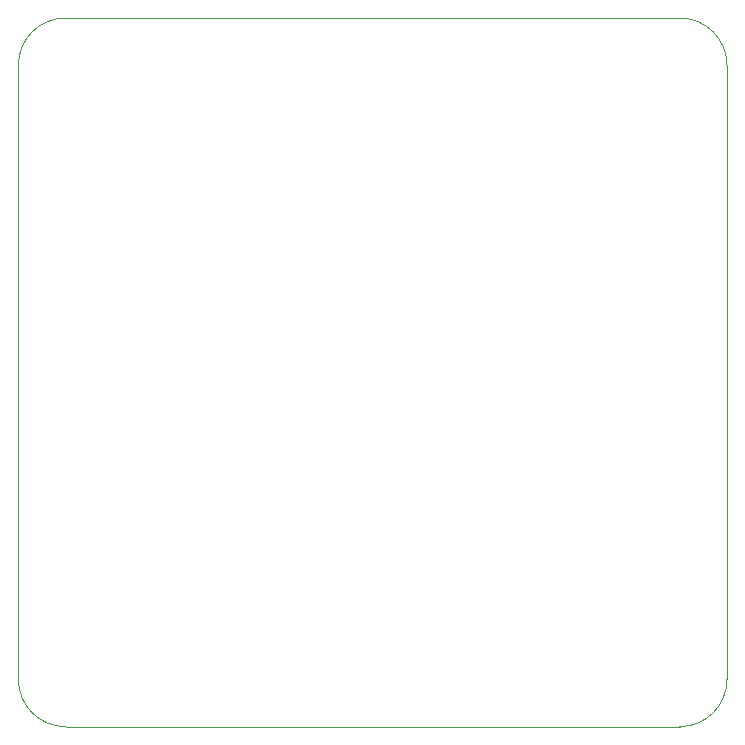
<source format=gbr>
%TF.GenerationSoftware,KiCad,Pcbnew,8.0.1-8.0.1-1~ubuntu22.04.1*%
%TF.CreationDate,2024-05-06T17:23:12+02:00*%
%TF.ProjectId,Pojet 1A,506f6a65-7420-4314-912e-6b696361645f,rev?*%
%TF.SameCoordinates,Original*%
%TF.FileFunction,Profile,NP*%
%FSLAX46Y46*%
G04 Gerber Fmt 4.6, Leading zero omitted, Abs format (unit mm)*
G04 Created by KiCad (PCBNEW 8.0.1-8.0.1-1~ubuntu22.04.1) date 2024-05-06 17:23:12*
%MOMM*%
%LPD*%
G01*
G04 APERTURE LIST*
%TA.AperFunction,Profile*%
%ADD10C,0.100000*%
%TD*%
G04 APERTURE END LIST*
D10*
X184000000Y-121000000D02*
G75*
G02*
X180000000Y-125000000I-4000000J0D01*
G01*
X180000000Y-125000000D02*
X128000000Y-125000000D01*
X124000000Y-121000000D02*
X124000000Y-69000000D01*
X124000000Y-69000000D02*
G75*
G02*
X128000000Y-65000000I4000000J0D01*
G01*
X180000000Y-65000000D02*
G75*
G02*
X184000000Y-69000000I0J-4000000D01*
G01*
X128000000Y-65000000D02*
X180000000Y-65000000D01*
X128000000Y-125000000D02*
G75*
G02*
X124000000Y-121000000I0J4000000D01*
G01*
X184000000Y-69000000D02*
X184000000Y-121000000D01*
M02*

</source>
